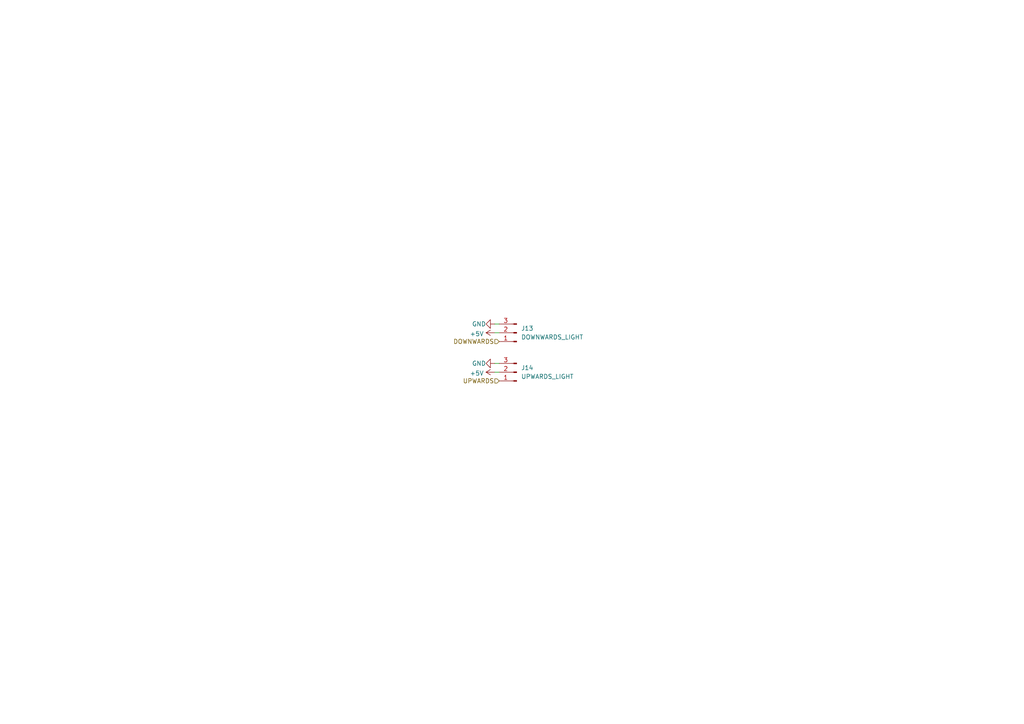
<source format=kicad_sch>
(kicad_sch (version 20230121) (generator eeschema)
  (paper "A4")
  (title_block (title "LumenPnP Motherboard") (date "2022-03-29") (company "Opulo"))
  (lib_symbols
    (symbol "Connector:Conn_01x03_Male" (pin_names (offset 1.016) hide)
      (property "Reference" "J" (at 0 5.08 0))
      (property "Value" "Conn_01x03_Male" (at 0 -5.08 0))
      (symbol "Conn_01x03_Male_1_1"
        (polyline (pts (xy 1.27 -2.54) (xy 0.8636 -2.54)) (stroke (width 0.1524)))
        (polyline (pts (xy 1.27 0) (xy 0.8636 0)) (stroke (width 0.1524)))
        (polyline (pts (xy 1.27 2.54) (xy 0.8636 2.54)) (stroke (width 0.1524)))
        (rectangle (start 0.8636 -2.413) (end 0 -2.667) (stroke (width 0.1524)) (fill (type outline)))
        (rectangle (start 0.8636 0.127) (end 0 -0.127) (stroke (width 0.1524)) (fill (type outline)))
        (rectangle (start 0.8636 2.667) (end 0 2.413) (stroke (width 0.1524)) (fill (type outline)))
        (pin passive line (at 5.08 2.54 180) (length 3.81) (name "Pin_1") (number "1"))
        (pin passive line (at 5.08 0 180) (length 3.81) (name "Pin_2") (number "2"))
        (pin passive line (at 5.08 -2.54 180) (length 3.81) (name "Pin_3") (number "3"))
      )
    )
    (symbol "power:+5V" (power) (pin_names (offset 0))
      (property "Value" "+5V" (at 0 3.556 0))
      (symbol "+5V_0_1"
        (polyline (pts (xy -0.762 1.27) (xy 0 2.54)))
        (polyline (pts (xy 0 0) (xy 0 2.54)))
        (polyline (pts (xy 0 2.54) (xy 0.762 1.27)))
      )
      (symbol "+5V_1_1"
        (pin power_in line (at 0 0 90) (length 0) hide (name "+5V") (number "1"))
      )
    )
    (symbol "power:GND" (power) (pin_names (offset 0))
      (property "Value" "GND" (at 0 -3.81 0))
      (symbol "GND_0_1"
        (polyline (pts (xy 0 0) (xy 0 -1.27) (xy 1.27 -1.27) (xy 0 -2.54) (xy -1.27 -1.27) (xy 0 -1.27)))
      )
      (symbol "GND_1_1"
        (pin power_in line (at 0 0 270) (length 0) hide (name "GND") (number "1"))
      )
    )
  )
  (wire (pts (xy 143.51 105.41) (xy 144.78 105.41)))
  (wire (pts (xy 143.51 96.52) (xy 144.78 96.52)))
  (wire (pts (xy 143.51 107.95) (xy 144.78 107.95)))
  (wire (pts (xy 143.51 93.98) (xy 144.78 93.98)))
  (hierarchical_label "UPWARDS" (shape input) (at 144.78 110.49 180))
  (hierarchical_label "DOWNWARDS" (shape input) (at 144.78 99.06 180))
  (symbol (lib_id "Connector:Conn_01x03_Male") (at 149.86 96.52 180) (unit 1)
    (property "Reference" "J13" (at 151.13 95.25 0) (effects (justify right)))
    (property "Value" "DOWNWARDS_LIGHT" (at 151.13 97.79 0) (effects (justify right)))
    (property "Footprint" "Connector_JST:JST_PH_B3B-PH-SM4-TB_1x03-1MP_P2.00mm_Vertical" (effects hide))
    (property "LCSC" "C2316" (effects hide))
    (property "JLCPCB" "C2316" (effects hide))
    (property "Digikey" "455-2248-ND" (effects hide))
  )
  (symbol (lib_id "Connector:Conn_01x03_Male") (at 149.86 107.95 180) (unit 1)
    (property "Reference" "J14" (at 151.13 106.68 0) (effects (justify right)))
    (property "Value" "UPWARDS_LIGHT" (at 151.13 109.22 0) (effects (justify right)))
    (property "Footprint" "Connector_JST:JST_PH_B3B-PH-SM4-TB_1x03-1MP_P2.00mm_Vertical" (effects hide))
    (property "LCSC" "C2316" (effects hide))
    (property "JLCPCB" "C2316" (effects hide))
    (property "Digikey" "455-2248-ND" (effects hide))
  )
  (symbol (lib_id "power:GND") (at 143.51 93.98 270) (unit 1)
    (property "Reference" "#PWR0162" (effects hide))
    (property "Value" "GND" (at 140.97 93.98 90) (effects (justify right)))
  )
  (symbol (lib_id "power:GND") (at 143.51 105.41 270) (unit 1)
    (property "Reference" "#PWR0164" (effects hide))
    (property "Value" "GND" (at 140.97 105.41 90) (effects (justify right)))
  )
  (symbol (lib_id "power:+5V") (at 143.51 96.52 90) (unit 1)
    (property "Reference" "#PWR013" (effects hide))
    (property "Value" "+5V" (at 140.3351 96.8368 90) (effects (justify left)))
    (instances (project "mobo" (path "" (reference "#PWR013") (unit 1)) (path "" (reference "#PWR024") (unit 1))))
  )
  (symbol (lib_id "power:+5V") (at 143.51 107.95 90) (unit 1)
    (property "Reference" "#PWR013" (effects hide))
    (property "Value" "+5V" (at 140.3351 108.2668 90) (effects (justify left)))
    (instances (project "mobo" (path "" (reference "#PWR013") (unit 1)) (path "" (reference "#PWR025") (unit 1))))
  )
)
</source>
